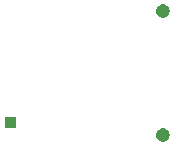
<source format=gbs>
G04 #@! TF.GenerationSoftware,KiCad,Pcbnew,5.0.0-rc3+dfsg1-2*
G04 #@! TF.CreationDate,2018-07-25T10:31:46+09:00*
G04 #@! TF.ProjectId,fst-01,6673742D30312E6B696361645F706362,rev?*
G04 #@! TF.SameCoordinates,Original*
G04 #@! TF.FileFunction,Soldermask,Bot*
G04 #@! TF.FilePolarity,Negative*
%FSLAX46Y46*%
G04 Gerber Fmt 4.6, Leading zero omitted, Abs format (unit mm)*
G04 Created by KiCad (PCBNEW 5.0.0-rc3+dfsg1-2) date Wed Jul 25 10:31:46 2018*
%MOMM*%
%LPD*%
G01*
G04 APERTURE LIST*
%ADD10C,0.150000*%
G04 APERTURE END LIST*
D10*
G36*
X128368071Y-103692443D02*
X128472933Y-103735878D01*
X128567306Y-103798936D01*
X128647564Y-103879194D01*
X128710622Y-103973567D01*
X128754057Y-104078429D01*
X128776200Y-104189749D01*
X128776200Y-104303251D01*
X128754057Y-104414571D01*
X128710622Y-104519433D01*
X128647564Y-104613806D01*
X128567306Y-104694064D01*
X128472933Y-104757122D01*
X128368071Y-104800557D01*
X128256751Y-104822700D01*
X128143249Y-104822700D01*
X128031929Y-104800557D01*
X127927067Y-104757122D01*
X127832694Y-104694064D01*
X127752436Y-104613806D01*
X127689378Y-104519433D01*
X127645943Y-104414571D01*
X127623800Y-104303251D01*
X127623800Y-104189749D01*
X127645943Y-104078429D01*
X127689378Y-103973567D01*
X127752436Y-103879194D01*
X127832694Y-103798936D01*
X127927067Y-103735878D01*
X128031929Y-103692443D01*
X128143249Y-103670300D01*
X128256751Y-103670300D01*
X128368071Y-103692443D01*
X128368071Y-103692443D01*
G37*
G36*
X115792200Y-103651000D02*
X114839800Y-103651000D01*
X114839800Y-102698600D01*
X115792200Y-102698600D01*
X115792200Y-103651000D01*
X115792200Y-103651000D01*
G37*
G36*
X128368071Y-93192443D02*
X128472933Y-93235878D01*
X128567306Y-93298936D01*
X128647564Y-93379194D01*
X128710622Y-93473567D01*
X128754057Y-93578429D01*
X128776200Y-93689749D01*
X128776200Y-93803251D01*
X128754057Y-93914571D01*
X128710622Y-94019433D01*
X128647564Y-94113806D01*
X128567306Y-94194064D01*
X128472933Y-94257122D01*
X128368071Y-94300557D01*
X128256751Y-94322700D01*
X128143249Y-94322700D01*
X128031929Y-94300557D01*
X127927067Y-94257122D01*
X127832694Y-94194064D01*
X127752436Y-94113806D01*
X127689378Y-94019433D01*
X127645943Y-93914571D01*
X127623800Y-93803251D01*
X127623800Y-93689749D01*
X127645943Y-93578429D01*
X127689378Y-93473567D01*
X127752436Y-93379194D01*
X127832694Y-93298936D01*
X127927067Y-93235878D01*
X128031929Y-93192443D01*
X128143249Y-93170300D01*
X128256751Y-93170300D01*
X128368071Y-93192443D01*
X128368071Y-93192443D01*
G37*
M02*

</source>
